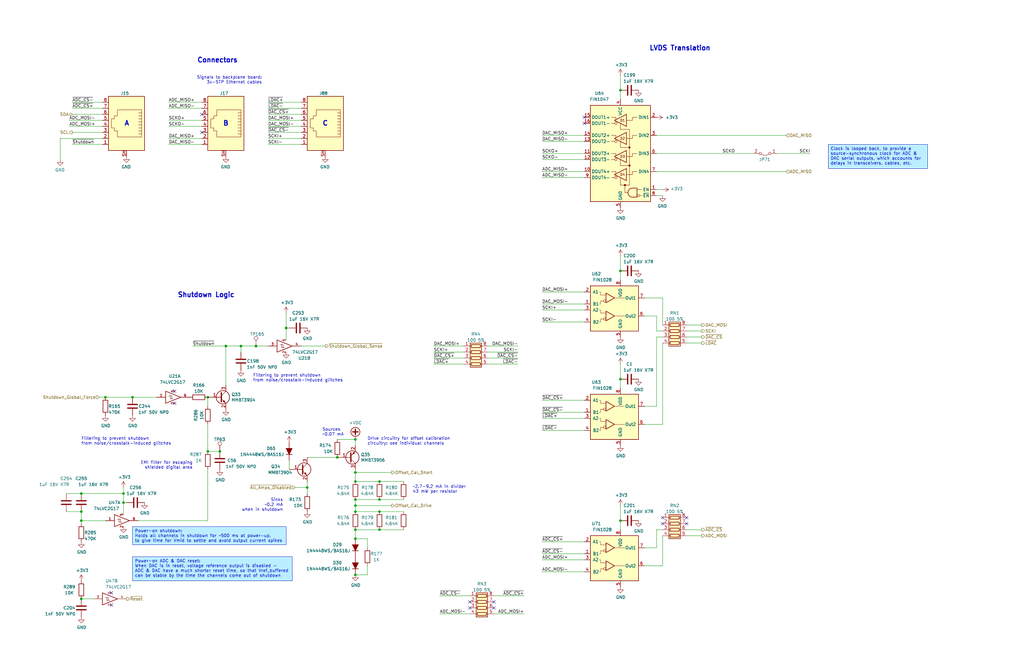
<source format=kicad_sch>
(kicad_sch (version 20230121) (generator eeschema)
  (paper "B")
  (title_block (title "Digital Communications") (date "2023-05-04") (rev "D4") (company "Martinos Center @ MGH") (comment 1 "Don Straney"))
  (lib_symbols
    (symbol "Connector:RJ45_Shielded" (pin_names (offset 1.016))
      (property "Reference" "J" (at -5.08 13.97 0))
      (property "Value" "RJ45_Shielded" (at 2.54 13.97 0))
      (symbol "RJ45_Shielded_1_1"
        (pin passive line (at 10.16 -7.62 180) (length 2.54) (name "~") (number "1"))
        (pin passive line (at 10.16 -5.08 180) (length 2.54) (name "~") (number "2"))
        (pin passive line (at 10.16 -2.54 180) (length 2.54) (name "~") (number "3"))
        (pin passive line (at 10.16 0 180) (length 2.54) (name "~") (number "4"))
        (pin passive line (at 10.16 2.54 180) (length 2.54) (name "~") (number "5"))
        (pin passive line (at 10.16 5.08 180) (length 2.54) (name "~") (number "6"))
        (pin passive line (at 10.16 7.62 180) (length 2.54) (name "~") (number "7"))
        (pin passive line (at 10.16 10.16 180) (length 2.54) (name "~") (number "8"))
        (pin passive line (at 0 -12.7 90) (length 2.54) (name "~") (number "SH"))
      )
    )
    (symbol "Connector:TestPoint" (pin_numbers hide) (pin_names (offset 0.762) hide)
      (property "Reference" "TP" (at 0 6.858 0))
      (property "Value" "TestPoint" (at 0 5.08 0))
      (symbol "TestPoint_1_1"
        (pin passive line (at 0 0 90) (length 2.54) (name "1") (number "1"))
      )
    )
    (symbol "Device:C" (pin_numbers hide) (pin_names (offset 0.254))
      (property "Reference" "C" (at 0.635 2.54 0))
      (property "Value" "C" (at 0.635 -2.54 0))
      (symbol "C_1_1"
        (pin passive line (at 0 3.81 270) (length 2.794) (name "~") (number "1"))
        (pin passive line (at 0 -3.81 90) (length 2.794) (name "~") (number "2"))
      )
    )
    (symbol "Device:R" (pin_numbers hide) (pin_names (offset 0))
      (property "Reference" "R" (at 2.032 0 90))
      (property "Value" "R" (at 0 0 90))
      (symbol "R_1_1"
        (pin passive line (at 0 3.81 270) (length 1.27) (name "~") (number "1"))
        (pin passive line (at 0 -3.81 90) (length 1.27) (name "~") (number "2"))
      )
    )
    (symbol "Device:R_Pack04" (pin_names (offset 0) hide)
      (property "Reference" "RN" (at -7.62 0 90))
      (property "Value" "R_Pack04" (at 5.08 0 90))
      (symbol "R_Pack04_1_1"
        (pin passive line (at -5.08 -5.08 90) (length 2.54) (name "R1.1") (number "1"))
        (pin passive line (at -2.54 -5.08 90) (length 2.54) (name "R2.1") (number "2"))
        (pin passive line (at 0 -5.08 90) (length 2.54) (name "R3.1") (number "3"))
        (pin passive line (at 2.54 -5.08 90) (length 2.54) (name "R4.1") (number "4"))
        (pin passive line (at 2.54 5.08 270) (length 2.54) (name "R4.2") (number "5"))
        (pin passive line (at 0 5.08 270) (length 2.54) (name "R3.2") (number "6"))
        (pin passive line (at -2.54 5.08 270) (length 2.54) (name "R2.2") (number "7"))
        (pin passive line (at -5.08 5.08 270) (length 2.54) (name "R1.2") (number "8"))
      )
    )
    (symbol "Jumper:Jumper_2_Bridged" (pin_names (offset 0) hide)
      (property "Reference" "JP" (at 0 1.905 0))
      (property "Value" "Jumper_2_Bridged" (at 0 -2.54 0))
      (symbol "Jumper_2_Bridged_1_1"
        (pin passive line (at -5.08 0 0) (length 2.54) (name "A") (number "1"))
        (pin passive line (at 5.08 0 180) (length 2.54) (name "B") (number "2"))
      )
    )
    (symbol "Transistor_BJT:MMBT3904" (pin_names (offset 0) hide)
      (property "Reference" "Q" (at 5.08 1.905 0))
      (property "Value" "MMBT3904" (at 5.08 0 0))
      (symbol "MMBT3904_1_1"
        (pin input line (at -5.08 0 0) (length 5.715) (name "B") (number "1"))
        (pin passive line (at 2.54 -5.08 90) (length 2.54) (name "E") (number "2"))
        (pin passive line (at 2.54 5.08 270) (length 2.54) (name "C") (number "3"))
      )
    )
    (symbol "Transistor_BJT:MMBT3906" (pin_names (offset 0) hide)
      (property "Reference" "Q" (at 5.08 1.905 0))
      (property "Value" "MMBT3906" (at 5.08 0 0))
      (symbol "MMBT3906_1_1"
        (pin input line (at -5.08 0 0) (length 5.715) (name "B") (number "1"))
        (pin passive line (at 2.54 -5.08 90) (length 2.54) (name "E") (number "2"))
        (pin passive line (at 2.54 5.08 270) (length 2.54) (name "C") (number "3"))
      )
    )
    (symbol "amp-ctrl-rescue:+3.3V-power" (power) (pin_names (offset 0))
      (property "Value" "+3.3V-power" (at 0 3.556 0))
      (symbol "+3.3V-power_1_1"
        (pin power_in line (at 0 0 90) (length 0) hide (name "+3V3") (number "1"))
      )
    )
    (symbol "amp-ctrl-rescue:74LVC2G17-Martinos" (pin_names (offset 1.016) hide)
      (property "Reference" "U" (at -2.54 3.81 0))
      (property "Value" "74LVC2G17-Martinos" (at 0 -3.81 0))
      (symbol "74LVC2G17-Martinos_0_1"
        (pin power_in line (at 0 -2.54 270) (length 0) (name "GND") (number "2"))
        (pin power_in line (at 0 2.54 90) (length 0) (name "VCC") (number "5"))
      )
      (symbol "74LVC2G17-Martinos_1_1"
        (pin input line (at -7.62 0 0) (length 3.81) (name "~") (number "1"))
        (pin output line (at 6.35 0 180) (length 3.81) (name "~") (number "6"))
      )
      (symbol "74LVC2G17-Martinos_2_1"
        (pin input line (at -7.62 0 0) (length 3.81) (name "~") (number "3"))
        (pin output line (at 6.35 0 180) (length 3.81) (name "~") (number "4"))
      )
    )
    (symbol "amp-ctrl-rescue:D_ALT-Device" (pin_numbers hide) (pin_names (offset 1.016) hide)
      (property "Reference" "D" (at 0 2.54 0))
      (property "Value" "D_ALT-Device" (at 0 -2.54 0))
      (symbol "D_ALT-Device_1_1"
        (pin passive line (at -3.81 0 0) (length 2.54) (name "K") (number "1"))
        (pin passive line (at 3.81 0 180) (length 2.54) (name "A") (number "2"))
      )
    )
    (symbol "amp-ctrl-rescue:FIN1028-Martinos" (pin_names (offset 1.016))
      (property "Reference" "U" (at -8.89 10.16 0))
      (property "Value" "FIN1028-Martinos" (at 7.62 10.16 0))
      (symbol "FIN1028-Martinos_1_1"
        (pin input line (at -12.7 1.27 0) (length 2.54) (name "B1") (number "1"))
        (pin input line (at -12.7 6.35 0) (length 2.54) (name "A1") (number "2"))
        (pin input line (at -12.7 -1.27 0) (length 2.54) (name "A2") (number "3"))
        (pin input line (at -12.7 -6.35 0) (length 2.54) (name "B2") (number "4"))
        (pin power_in line (at 2.54 -12.7 90) (length 2.54) (name "GND") (number "5"))
        (pin tri_state line (at 12.7 -3.81 180) (length 2.54) (name "Out2") (number "6"))
        (pin tri_state line (at 12.7 3.81 180) (length 2.54) (name "Out1") (number "7"))
        (pin power_in line (at 2.54 11.43 270) (length 2.54) (name "VDD") (number "8"))
      )
    )
    (symbol "amp-ctrl-rescue:FIN1047-Martinos"
      (property "Reference" "U" (at -12.7 21.59 0))
      (property "Value" "FIN1047-Martinos" (at 1.27 21.59 0))
      (symbol "FIN1047-Martinos_1_0"
        (text "D1" (at -0.889 13.97 0) (effects (font (size 1.016 1.016))))
        (text "D2" (at -0.889 6.35 0) (effects (font (size 1.016 1.016))))
        (text "D3" (at -0.889 -1.27 0) (effects (font (size 1.016 1.016))))
        (text "D4" (at -0.889 -8.89 0) (effects (font (size 1.016 1.016))))
      )
      (symbol "FIN1047-Martinos_1_1"
        (pin input line (at -15.24 -15.24 0) (length 2.54) (name "EN") (number "1"))
        (pin output line (at 15.24 -7.62 180) (length 2.54) (name "DOUT4+") (number "10"))
        (pin output line (at 15.24 0 180) (length 2.54) (name "DOUT3+") (number "11"))
        (pin output line (at 15.24 -2.54 180) (length 2.54) (name "DOUT3-") (number "12"))
        (pin output line (at 15.24 5.08 180) (length 2.54) (name "DOUT2-") (number "13"))
        (pin output line (at 15.24 7.62 180) (length 2.54) (name "DOUT2+") (number "14"))
        (pin output line (at 15.24 15.24 180) (length 2.54) (name "DOUT1+") (number "15"))
        (pin output line (at 15.24 12.7 180) (length 2.54) (name "DOUT1-") (number "16"))
        (pin input line (at -15.24 15.24 0) (length 2.54) (name "DIN1") (number "2"))
        (pin input line (at -15.24 7.62 0) (length 2.54) (name "DIN2") (number "3"))
        (pin power_in line (at 0 22.86 270) (length 2.54) (name "VCC") (number "4"))
        (pin power_in line (at 0 -22.86 90) (length 2.54) (name "GND") (number "5"))
        (pin input line (at -15.24 0 0) (length 2.54) (name "DIN3") (number "6"))
        (pin input line (at -15.24 -7.62 0) (length 2.54) (name "DIN4") (number "7"))
        (pin input line (at -15.24 -17.78 0) (length 2.54) (name "~{EN}") (number "8"))
        (pin output line (at 15.24 -10.16 180) (length 2.54) (name "DOUT4-") (number "9"))
      )
    )
    (symbol "power:+VDC" (power) (pin_names (offset 0))
      (property "Value" "+VDC" (at 0 6.35 0))
      (symbol "+VDC_1_1"
        (pin power_in line (at 0 0 90) (length 0) hide (name "+VDC") (number "1"))
      )
    )
    (symbol "power:GND" (power) (pin_names (offset 0))
      (property "Value" "GND" (at 0 -3.81 0))
      (symbol "GND_1_1"
        (pin power_in line (at 0 0 270) (length 0) hide (name "GND") (number "1"))
      )
    )
  )
  (junction (at 34.29 219.71))
  (junction (at 160.02 215.9))
  (junction (at 261.62 160.02))
  (junction (at 149.86 213.36))
  (junction (at 34.29 208.28))
  (junction (at 160.02 223.52))
  (junction (at 34.29 252.73))
  (junction (at 34.29 215.9))
  (junction (at 261.62 38.1))
  (junction (at 107.95 146.05))
  (junction (at 261.62 219.71))
  (junction (at 87.63 190.5))
  (junction (at 129.54 205.74))
  (junction (at 149.86 203.2))
  (junction (at 149.86 210.82))
  (junction (at 95.25 146.05))
  (junction (at 160.02 210.82))
  (junction (at 44.45 167.64))
  (junction (at 149.86 223.52))
  (junction (at 160.02 203.2))
  (junction (at 149.86 185.42))
  (junction (at 52.07 208.28))
  (junction (at 142.24 193.04))
  (junction (at 55.88 167.64))
  (junction (at 149.86 215.9))
  (junction (at 149.86 199.39))
  (junction (at 149.86 242.57))
  (junction (at 120.65 138.43))
  (junction (at 101.6 146.05))
  (junction (at 87.63 167.64))
  (junction (at 92.71 190.5))
  (junction (at 149.86 227.33))
  (junction (at 261.62 114.3))
  (junction (at 52.07 212.09))
  (no_connect (at 246.38 49.53))
  (no_connect (at 289.56 220.98))
  (no_connect (at 289.56 218.44))
  (no_connect (at 73.66 170.18))
  (no_connect (at 279.4 218.44))
  (no_connect (at 85.09 48.26))
  (no_connect (at 85.09 55.88))
  (no_connect (at 198.12 256.54))
  (no_connect (at 246.38 52.07))
  (no_connect (at 279.4 220.98))
  (no_connect (at 208.28 254))
  (no_connect (at 208.28 256.54))
  (no_connect (at 198.12 254))
  (no_connect (at 46.99 250.19))
  (no_connect (at 46.99 255.27))
  (no_connect (at 73.66 165.1))
  (wire (pts (xy 160.02 203.2) (xy 170.18 203.2)))
  (wire (pts (xy 228.6 241.3) (xy 246.38 241.3)))
  (wire (pts (xy 85.09 60.96) (xy 71.12 60.96)))
  (wire (pts (xy 27.94 215.9) (xy 34.29 215.9)))
  (wire (pts (xy 95.25 146.05) (xy 101.6 146.05)))
  (wire (pts (xy 246.38 57.15) (xy 228.6 57.15)))
  (wire (pts (xy 246.38 123.19) (xy 228.6 123.19)))
  (wire (pts (xy 149.86 215.9) (xy 160.02 215.9)))
  (wire (pts (xy 154.94 242.57) (xy 154.94 238.76)))
  (wire (pts (xy 85.09 45.72) (xy 71.12 45.72)))
  (wire (pts (xy 34.29 215.9) (xy 34.29 219.71)))
  (wire (pts (xy 43.18 55.88) (xy 30.48 55.88)))
  (wire (pts (xy 289.56 137.16) (xy 295.91 137.16)))
  (wire (pts (xy 279.4 125.73) (xy 279.4 137.16)))
  (wire (pts (xy 149.86 199.39) (xy 165.1 199.39)))
  (wire (pts (xy 121.92 138.43) (xy 120.65 138.43)))
  (wire (pts (xy 85.09 43.18) (xy 71.12 43.18)))
  (wire (pts (xy 127 43.18) (xy 113.03 43.18)))
  (wire (pts (xy 261.62 31.75) (xy 261.62 38.1)))
  (wire (pts (xy 107.95 146.05) (xy 101.6 146.05)))
  (wire (pts (xy 85.09 58.42) (xy 71.12 58.42)))
  (wire (pts (xy 276.86 64.77) (xy 317.5 64.77)))
  (wire (pts (xy 271.78 238.76) (xy 279.4 238.76)))
  (wire (pts (xy 149.86 198.12) (xy 149.86 199.39)))
  (wire (pts (xy 228.6 228.6) (xy 246.38 228.6)))
  (wire (pts (xy 276.86 142.24) (xy 276.86 171.45)))
  (wire (pts (xy 127 60.96) (xy 113.03 60.96)))
  (wire (pts (xy 276.86 171.45) (xy 271.78 171.45)))
  (wire (pts (xy 228.6 128.27) (xy 246.38 128.27)))
  (wire (pts (xy 52.07 217.17) (xy 52.07 212.09)))
  (wire (pts (xy 205.74 148.59) (xy 218.44 148.59)))
  (wire (pts (xy 160.02 223.52) (xy 149.86 223.52)))
  (wire (pts (xy 198.12 259.08) (xy 185.42 259.08)))
  (wire (pts (xy 205.74 151.13) (xy 218.44 151.13)))
  (wire (pts (xy 44.45 167.64) (xy 55.88 167.64)))
  (wire (pts (xy 246.38 135.89) (xy 228.6 135.89)))
  (wire (pts (xy 160.02 210.82) (xy 170.18 210.82)))
  (wire (pts (xy 121.92 194.31) (xy 121.92 198.12)))
  (wire (pts (xy 149.86 242.57) (xy 154.94 242.57)))
  (wire (pts (xy 85.09 50.8) (xy 71.12 50.8)))
  (wire (pts (xy 81.28 146.05) (xy 95.25 146.05)))
  (wire (pts (xy 127 48.26) (xy 113.03 48.26)))
  (wire (pts (xy 34.29 208.28) (xy 52.07 208.28)))
  (wire (pts (xy 289.56 139.7) (xy 295.91 139.7)))
  (wire (pts (xy 182.88 148.59) (xy 195.58 148.59)))
  (wire (pts (xy 87.63 190.5) (xy 87.63 179.07)))
  (wire (pts (xy 228.6 176.53) (xy 246.38 176.53)))
  (wire (pts (xy 182.88 151.13) (xy 195.58 151.13)))
  (wire (pts (xy 279.4 142.24) (xy 276.86 142.24)))
  (wire (pts (xy 137.16 146.05) (xy 127 146.05)))
  (wire (pts (xy 246.38 233.68) (xy 228.6 233.68)))
  (wire (pts (xy 34.29 252.73) (xy 39.37 252.73)))
  (wire (pts (xy 53.34 212.09) (xy 52.07 212.09)))
  (wire (pts (xy 85.09 53.34) (xy 71.12 53.34)))
  (wire (pts (xy 279.4 80.01) (xy 276.86 80.01)))
  (wire (pts (xy 289.56 226.06) (xy 295.91 226.06)))
  (wire (pts (xy 34.29 220.98) (xy 34.29 219.71)))
  (wire (pts (xy 279.4 82.55) (xy 276.86 82.55)))
  (wire (pts (xy 261.62 219.71) (xy 261.62 223.52)))
  (wire (pts (xy 276.86 72.39) (xy 331.47 72.39)))
  (wire (pts (xy 246.38 64.77) (xy 228.6 64.77)))
  (wire (pts (xy 182.88 153.67) (xy 195.58 153.67)))
  (wire (pts (xy 279.4 139.7) (xy 276.86 139.7)))
  (wire (pts (xy 205.74 153.67) (xy 218.44 153.67)))
  (wire (pts (xy 149.86 199.39) (xy 149.86 203.2)))
  (wire (pts (xy 261.62 160.02) (xy 261.62 163.83)))
  (wire (pts (xy 261.62 114.3) (xy 261.62 118.11)))
  (wire (pts (xy 261.62 153.67) (xy 261.62 160.02)))
  (wire (pts (xy 27.94 208.28) (xy 34.29 208.28)))
  (wire (pts (xy 149.86 203.2) (xy 160.02 203.2)))
  (wire (pts (xy 279.4 238.76) (xy 279.4 226.06)))
  (wire (pts (xy 87.63 198.12) (xy 87.63 219.71)))
  (wire (pts (xy 43.18 48.26) (xy 30.48 48.26)))
  (wire (pts (xy 228.6 173.99) (xy 246.38 173.99)))
  (wire (pts (xy 127 55.88) (xy 113.03 55.88)))
  (wire (pts (xy 95.25 146.05) (xy 95.25 162.56)))
  (wire (pts (xy 25.4 67.31) (xy 25.4 58.42)))
  (wire (pts (xy 220.98 259.08) (xy 208.28 259.08)))
  (wire (pts (xy 113.03 146.05) (xy 107.95 146.05)))
  (wire (pts (xy 271.78 179.07) (xy 279.4 179.07)))
  (wire (pts (xy 261.62 213.36) (xy 261.62 219.71)))
  (wire (pts (xy 208.28 251.46) (xy 220.98 251.46)))
  (wire (pts (xy 149.86 213.36) (xy 149.86 215.9)))
  (wire (pts (xy 43.18 45.72) (xy 30.48 45.72)))
  (wire (pts (xy 276.86 223.52) (xy 276.86 231.14)))
  (wire (pts (xy 142.24 185.42) (xy 149.86 185.42)))
  (wire (pts (xy 261.62 38.1) (xy 261.62 41.91)))
  (wire (pts (xy 25.4 58.42) (xy 43.18 58.42)))
  (wire (pts (xy 55.88 167.64) (xy 66.04 167.64)))
  (wire (pts (xy 276.86 57.15) (xy 331.47 57.15)))
  (wire (pts (xy 58.42 219.71) (xy 87.63 219.71)))
  (wire (pts (xy 246.38 59.69) (xy 228.6 59.69)))
  (wire (pts (xy 87.63 171.45) (xy 87.63 167.64)))
  (wire (pts (xy 92.71 190.5) (xy 87.63 190.5)))
  (wire (pts (xy 149.86 187.96) (xy 149.86 185.42)))
  (wire (pts (xy 170.18 223.52) (xy 160.02 223.52)))
  (wire (pts (xy 43.18 53.34) (xy 29.21 53.34)))
  (wire (pts (xy 228.6 236.22) (xy 246.38 236.22)))
  (wire (pts (xy 149.86 210.82) (xy 160.02 210.82)))
  (wire (pts (xy 246.38 72.39) (xy 228.6 72.39)))
  (wire (pts (xy 129.54 205.74) (xy 129.54 203.2)))
  (wire (pts (xy 127 58.42) (xy 113.03 58.42)))
  (wire (pts (xy 228.6 130.81) (xy 246.38 130.81)))
  (wire (pts (xy 289.56 144.78) (xy 295.91 144.78)))
  (wire (pts (xy 279.4 144.78) (xy 279.4 179.07)))
  (wire (pts (xy 52.07 208.28) (xy 52.07 212.09)))
  (wire (pts (xy 127 50.8) (xy 113.03 50.8)))
  (wire (pts (xy 127 45.72) (xy 113.03 45.72)))
  (wire (pts (xy 154.94 227.33) (xy 149.86 227.33)))
  (wire (pts (xy 205.74 146.05) (xy 218.44 146.05)))
  (wire (pts (xy 276.86 231.14) (xy 271.78 231.14)))
  (wire (pts (xy 228.6 181.61) (xy 246.38 181.61)))
  (wire (pts (xy 279.4 125.73) (xy 271.78 125.73)))
  (wire (pts (xy 41.91 167.64) (xy 44.45 167.64)))
  (wire (pts (xy 43.18 50.8) (xy 29.21 50.8)))
  (wire (pts (xy 327.66 64.77) (xy 341.63 64.77)))
  (wire (pts (xy 52.07 205.74) (xy 52.07 208.28)))
  (wire (pts (xy 246.38 67.31) (xy 228.6 67.31)))
  (wire (pts (xy 195.58 146.05) (xy 182.88 146.05)))
  (wire (pts (xy 124.46 205.74) (xy 129.54 205.74)))
  (wire (pts (xy 30.48 60.96) (xy 43.18 60.96)))
  (wire (pts (xy 129.54 193.04) (xy 142.24 193.04)))
  (wire (pts (xy 279.4 223.52) (xy 276.86 223.52)))
  (wire (pts (xy 149.86 210.82) (xy 149.86 213.36)))
  (wire (pts (xy 120.65 143.51) (xy 120.65 138.43)))
  (wire (pts (xy 198.12 251.46) (xy 185.42 251.46)))
  (wire (pts (xy 246.38 74.93) (xy 228.6 74.93)))
  (wire (pts (xy 289.56 223.52) (xy 295.91 223.52)))
  (wire (pts (xy 149.86 213.36) (xy 165.1 213.36)))
  (wire (pts (xy 101.6 148.59) (xy 101.6 146.05)))
  (wire (pts (xy 154.94 231.14) (xy 154.94 227.33)))
  (wire (pts (xy 276.86 133.35) (xy 271.78 133.35)))
  (wire (pts (xy 120.65 132.08) (xy 120.65 138.43)))
  (wire (pts (xy 160.02 215.9) (xy 170.18 215.9)))
  (wire (pts (xy 276.86 139.7) (xy 276.86 133.35)))
  (wire (pts (xy 246.38 168.91) (xy 228.6 168.91)))
  (wire (pts (xy 129.54 205.74) (xy 129.54 208.28)))
  (wire (pts (xy 43.18 43.18) (xy 30.48 43.18)))
  (wire (pts (xy 289.56 142.24) (xy 295.91 142.24)))
  (wire (pts (xy 149.86 223.52) (xy 149.86 227.33)))
  (wire (pts (xy 261.62 107.95) (xy 261.62 114.3)))
  (wire (pts (xy 127 53.34) (xy 113.03 53.34)))
  (wire (pts (xy 34.29 219.71) (xy 44.45 219.71)))
  (text_box "Power-on shutdown:\nHolds all channels in shutdown for ~500 ms at power-up,\nto give time for Vmid to settle and avoid output current spikes" (at 55.88 222.25 0) (size 64.77 7.62) (fill (type color) (color 187 238 255 1)) (effects (font (size 1.27 1.27)) (justify left top)))
  (text_box "Power-on ADC & DAC reset:\nWhen DAC is in reset, voltage reference output is disabled -\nADC & DAC have a much shorter reset time, so that Vref_buffered\ncan be stable by the time the channels come out of shutdown" (at 55.88 234.95 0) (size 67.31 10.16) (fill (type color) (color 187 238 255 1)) (effects (font (size 1.27 1.27)) (justify left top)))
  (text_box "Clock is looped back, to provide a source-synchronous clock for ADC & DAC serial outputs, which accounts for delays in transceivers, cables, etc." (at 349.25 60.96 0) (size 41.91 10.16) (fill (type color) (color 187 238 255 1)) (effects (font (size 1.27 1.27)) (justify left top)))
  (text "Filtering to prevent shutdown\nfrom noise/crosstalk-induced glitches" (at 106.68 161.29 0) (effects (font (size 1.27 1.27)) (justify left bottom)))
  (text "Filtering to prevent shutdown\nfrom noise/crosstalk-induced glitches" (at 34.29 187.96 0) (effects (font (size 1.27 1.27)) (justify left bottom)))
  (text "Sources\n~0.07 mA" (at 135.89 184.15 0) (effects (font (size 1.27 1.27)) (justify left bottom)))
  (text "Drive circuitry for offset calibration\ncircuitry: see individual channels" (at 154.94 187.96 0) (effects (font (size 1.27 1.27)) (justify left bottom)))
  (text "Signals to backplane board:\n3x-STP Ethernet cables" (at 110.49 35.56 0) (effects (font (size 1.27 1.27)) (justify right bottom)))
  (text "C" (at 138.43 53.34 0) (effects (font (size 2.0066 2.0066) (thickness 0.4013) bold) (justify right bottom)))
  (text "B" (at 96.52 53.34 0) (effects (font (size 2.0066 2.0066) (thickness 0.4013) bold) (justify right bottom)))
  (text "EMI filter for escaping\nshielded digital area" (at 81.28 198.12 0) (effects (font (size 1.27 1.27)) (justify right bottom)))
  (text "Shutdown Logic" (at 99.06 125.73 0) (effects (font (size 2.0066 2.0066) (thickness 0.4013) bold) (justify right bottom)))
  (text "~2.7-9.2 mA in divider\n43 mW per resistor" (at 173.99 208.28 0) (effects (font (size 1.27 1.27)) (justify left bottom)))
  (text "Sinks\n~0.2 mA\nwhen in shutdown" (at 119.38 215.9 0) (effects (font (size 1.27 1.27)) (justify right bottom)))
  (text "A" (at 54.61 53.34 0) (effects (font (size 2.0066 2.0066) (thickness 0.4013) bold) (justify right bottom)))
  (text "LVDS Translation" (at 299.72 21.59 0) (effects (font (size 2.0066 2.0066) (thickness 0.4013) bold) (justify right bottom)))
  (text "Connectors" (at 100.33 26.67 0) (effects (font (size 2.0066 2.0066) (thickness 0.4013) bold) (justify right bottom)))
  (label "SCKI+" (at 228.6 130.81 0))
  (label "~{LDAC+}" (at 113.03 43.18 0))
  (label "~{LDAC-}" (at 218.44 153.67 180))
  (label "~{Shutdown}" (at 81.28 146.05 0))
  (label "~{ADC_CS-}" (at 185.42 251.46 0))
  (label "~{DAC_CS+}" (at 182.88 151.13 0))
  (label "SCKO" (at 309.88 64.77 180))
  (label "SCKO+" (at 71.12 50.8 0))
  (label "DAC_MOSI-" (at 113.03 53.34 0))
  (label "ADC_MOSI-" (at 228.6 241.3 0))
  (label "SCKO-" (at 228.6 67.31 0))
  (label "DAC_MISO-" (at 71.12 60.96 0))
  (label "~{ADC_CS+}" (at 228.6 228.6 0))
  (label "ADC_MOSI+" (at 220.98 259.08 180))
  (label "ADC_MISO+" (at 228.6 72.39 0))
  (label "DAC_MISO+" (at 228.6 57.15 0))
  (label "DAC_MOSI-" (at 218.44 146.05 180))
  (label "ADC_MOSI+" (at 228.6 236.22 0))
  (label "~{DAC_CS-}" (at 228.6 173.99 0))
  (label "DAC_MOSI+" (at 182.88 146.05 0))
  (label "DAC_MISO+" (at 71.12 58.42 0))
  (label "ADC_MOSI+" (at 29.21 53.34 0))
  (label "~{LDAC+}" (at 228.6 176.53 0))
  (label "DAC_MISO-" (at 228.6 59.69 0))
  (label "~{ADC_CS+}" (at 30.48 45.72 0))
  (label "~{ADC_CS-}" (at 228.6 233.68 0))
  (label "ADC_MOSI-" (at 29.21 50.8 0))
  (label "~{DAC_CS+}" (at 113.03 48.26 0))
  (label "SCKI+" (at 182.88 148.59 0))
  (label "SCKI-" (at 218.44 148.59 180))
  (label "~{DAC_CS-}" (at 113.03 55.88 0))
  (label "ADC_MISO-" (at 228.6 74.93 0))
  (label "DAC_MOSI+" (at 228.6 123.19 0))
  (label "SCKI-" (at 113.03 60.96 0))
  (label "DAC_MOSI-" (at 228.6 128.27 0))
  (label "SCKI-" (at 228.6 135.89 0))
  (label "ADC_MISO+" (at 71.12 43.18 0))
  (label "~{ADC_CS+}" (at 220.98 251.46 180))
  (label "~{DAC_CS-}" (at 218.44 151.13 180))
  (label "DAC_MOSI+" (at 113.03 50.8 0))
  (label "SCKI+" (at 113.03 58.42 0))
  (label "~{ADC_CS-}" (at 30.48 43.18 0))
  (label "ADC_MOSI-" (at 185.42 259.08 0))
  (label "~{DAC_CS+}" (at 228.6 168.91 0))
  (label "SCKO+" (at 228.6 64.77 0))
  (label "~{LDAC-}" (at 113.03 45.72 0))
  (label "SCKO-" (at 71.12 53.34 0))
  (label "~{LDAC+}" (at 182.88 153.67 0))
  (label "~{Shutdown}" (at 30.48 60.96 0))
  (label "~{LDAC-}" (at 228.6 181.61 0))
  (label "SCKI" (at 341.63 64.77 180))
  (label "ADC_MISO-" (at 71.12 45.72 0))
  (hierarchical_label "~{ADC_CS}" (shape output) (at 295.91 223.52 0))
  (hierarchical_label "SCL" (shape output) (at 30.48 55.88 180))
  (hierarchical_label "DAC_MISO" (shape input) (at 331.47 57.15 0))
  (hierarchical_label "~{DAC_CS}" (shape output) (at 295.91 142.24 0))
  (hierarchical_label "~{LDAC}" (shape output) (at 295.91 144.78 0))
  (hierarchical_label "DAC_MOSI" (shape output) (at 295.91 137.16 0))
  (hierarchical_label "ADC_MOSI" (shape output) (at 295.91 226.06 0))
  (hierarchical_label "~{Reset}" (shape output) (at 53.34 252.73 0))
  (hierarchical_label "SCKI" (shape output) (at 295.91 139.7 0))
  (hierarchical_label "ADC_MISO" (shape input) (at 331.47 72.39 0))
  (hierarchical_label "~{All_Amps_Disabled}" (shape input) (at 124.46 205.74 180))
  (hierarchical_label "Offset_Cal_Drive" (shape output) (at 165.1 213.36 0))
  (hierarchical_label "~{Shutdown_Global_Sense}" (shape output) (at 137.16 146.05 0))
  (hierarchical_label "Offset_Cal_Short" (shape output) (at 165.1 199.39 0))
  (hierarchical_label "SDA" (shape bidirectional) (at 30.48 48.26 180))
  (hierarchical_label "Shutdown_Global_Force" (shape input) (at 41.91 167.64 180))
  (symbol (lib_id "Device:R_Pack04") (at 284.48 142.24 270) (unit 1)
    (property "Reference" "RN1" (at 284.48 132.08 90))
    (property "Value" "100 5%" (at 284.48 134.62 90))
    (property "Footprint" "Martinos_std:R_Array_Concave_4x0603" (effects hide))
    (property "Manufacturer" "CTS" (effects hide))
    (property "Part Number" "742C083101JP" (effects hide))
    (property "Type" "SMT" (effects hide))
    (property "Manufacturer Alt." "Bourns" (effects hide))
    (property "Part Number Alt." "CAT16-101J4LF" (effects hide))
  )
  (symbol (lib_id "amp-ctrl-rescue:FIN1028-Martinos") (at 259.08 129.54 0) (unit 1)
    (property "Reference" "U62" (at 251.46 115.57 0))
    (property "Value" "FIN1028" (at 254 118.11 0))
    (property "Footprint" "Don_std:SOIC-8_3.9x4.9mm_P1.27mm" (effects hide))
    (property "Manufacturer" "ON Semiconductor" (effects hide))
    (property "Part Number" "FIN1028MX" (effects hide))
    (property "Type" "SMT" (effects hide))
  )
  (symbol (lib_id "Device:R_Pack04") (at 284.48 223.52 270) (unit 1)
    (property "Reference" "RN2" (at 284.48 213.36 90))
    (property "Value" "100 5%" (at 284.48 215.9 90))
    (property "Footprint" "Martinos_std:R_Array_Concave_4x0603" (effects hide))
    (property "Manufacturer" "CTS" (effects hide))
    (property "Part Number" "742C083101JP" (effects hide))
    (property "Type" "SMT" (effects hide))
    (property "Manufacturer Alt." "Bourns" (effects hide))
    (property "Part Number Alt." "CAT16-101J4LF" (effects hide))
  )
  (symbol (lib_id "Device:C") (at 265.43 160.02 270) (mirror x) (unit 1)
    (property "Reference" "C1" (at 265.43 153.6192 90))
    (property "Value" "1uF 16V X7R" (at 269.24 156.21 90))
    (property "Footprint" "Capacitor_SMD:C_0603_1608Metric" (effects hide))
    (property "Manufacturer" "Kemet" (effects hide))
    (property "Part Number" "C0603C105K4RACTU" (effects hide))
    (property "Type" "SMT" (effects hide))
  )
  (symbol (lib_id "amp-ctrl-rescue:+3.3V-power") (at 261.62 153.67 0) (unit 1)
    (property "Reference" "#PWR0393" (effects hide))
    (property "Value" "+3.3V" (at 262.001 149.2758 0))
  )
  (symbol (lib_id "power:GND") (at 269.24 160.02 0) (unit 1)
    (property "Reference" "#PWR0396" (effects hide))
    (property "Value" "GND" (at 269.367 164.4142 0))
  )
  (symbol (lib_id "amp-ctrl-rescue:FIN1028-Martinos") (at 259.08 175.26 0) (unit 1)
    (property "Reference" "U63" (at 251.46 161.29 0))
    (property "Value" "FIN1028" (at 254 163.83 0))
    (property "Footprint" "Don_std:SOIC-8_3.9x4.9mm_P1.27mm" (effects hide))
    (property "Manufacturer" "ON Semiconductor" (effects hide))
    (property "Part Number" "FIN1028MX" (effects hide))
    (property "Type" "SMT" (effects hide))
  )
  (symbol (lib_id "amp-ctrl-rescue:FIN1028-Martinos") (at 259.08 234.95 0) (unit 1)
    (property "Reference" "U71" (at 251.46 220.98 0))
    (property "Value" "FIN1028" (at 254 223.52 0))
    (property "Footprint" "Don_std:SOIC-8_3.9x4.9mm_P1.27mm" (effects hide))
    (property "Manufacturer" "ON Semiconductor" (effects hide))
    (property "Part Number" "FIN1028MX" (effects hide))
    (property "Type" "SMT" (effects hide))
  )
  (symbol (lib_id "amp-ctrl-rescue:+3.3V-power") (at 276.86 49.53 270) (unit 1)
    (property "Reference" "#PWR0414" (effects hide))
    (property "Value" "+3.3V" (at 283.21 49.53 90))
  )
  (symbol (lib_id "Device:R_Pack04") (at 200.66 151.13 270) (unit 1)
    (property "Reference" "RN4" (at 200.66 140.97 90))
    (property "Value" "100 5%" (at 200.66 143.51 90))
    (property "Footprint" "Martinos_std:R_Array_Concave_4x0603" (effects hide))
    (property "Manufacturer" "CTS" (effects hide))
    (property "Part Number" "742C083101JP" (effects hide))
    (property "Type" "SMT" (effects hide))
    (property "Manufacturer Alt." "Bourns" (effects hide))
    (property "Part Number Alt." "CAT16-101J4LF" (effects hide))
  )
  (symbol (lib_id "Device:R_Pack04") (at 203.2 256.54 270) (unit 1)
    (property "Reference" "RN3" (at 203.2 246.38 90))
    (property "Value" "100 5%" (at 203.2 248.92 90))
    (property "Footprint" "Martinos_std:R_Array_Concave_4x0603" (effects hide))
    (property "Manufacturer" "CTS" (effects hide))
    (property "Part Number" "742C083101JP" (effects hide))
    (property "Type" "SMT" (effects hide))
    (property "Manufacturer Alt." "Bourns" (effects hide))
    (property "Part Number Alt." "CAT16-101J4LF" (effects hide))
  )
  (symbol (lib_id "power:GND") (at 261.62 142.24 0) (unit 1)
    (property "Reference" "#PWR0428" (effects hide))
    (property "Value" "GND" (at 261.747 146.6342 0))
  )
  (symbol (lib_id "Connector:RJ45_Shielded") (at 95.25 53.34 0) (mirror y) (unit 1)
    (property "Reference" "J17" (at 92.71 39.37 0) (effects (justify right)))
    (property "Value" "RJ45_Shielded" (effects hide))
    (property "Footprint" "Martinos:RJ45_TE_x-406541-x_Horizontal" (effects hide))
    (property "Manufacturer" "TE Connectivity" (effects hide))
    (property "Part Number" "1-406541-8" (effects hide))
    (property "Type" "Through-hole" (effects hide))
    (property "Manufacturer Alt." "TE Connectivity" (effects hide))
    (property "Part Number Alt." "1-406541-5, 2-406541-1" (effects hide))
  )
  (symbol (lib_id "Connector:RJ45_Shielded") (at 137.16 53.34 0) (mirror y) (unit 1)
    (property "Reference" "J88" (at 134.62 39.37 0) (effects (justify right)))
    (property "Value" "RJ45_Shielded" (effects hide))
    (property "Footprint" "Martinos:RJ45_TE_x-406541-x_Horizontal" (effects hide))
    (property "Manufacturer" "TE Connectivity" (effects hide))
    (property "Part Number" "1-406541-8" (effects hide))
    (property "Type" "Through-hole" (effects hide))
    (property "Manufacturer Alt." "TE Connectivity" (effects hide))
    (property "Part Number Alt." "1-406541-5, 2-406541-1" (effects hide))
  )
  (symbol (lib_id "Connector:RJ45_Shielded") (at 53.34 53.34 0) (mirror y) (unit 1)
    (property "Reference" "J15" (at 50.8 39.37 0) (effects (justify right)))
    (property "Value" "RJ45_Shielded" (effects hide))
    (property "Footprint" "Martinos:RJ45_TE_x-406541-x_Horizontal" (effects hide))
    (property "Manufacturer" "TE Connectivity" (effects hide))
    (property "Part Number" "1-406541-8" (effects hide))
    (property "Type" "Through-hole" (effects hide))
    (property "Manufacturer Alt." "TE Connectivity" (effects hide))
    (property "Part Number Alt." "1-406541-5, 2-406541-1" (effects hide))
  )
  (symbol (lib_id "power:GND") (at 53.34 66.04 0) (mirror y) (unit 1)
    (property "Reference" "#PWR0531" (effects hide))
    (property "Value" "GND" (at 53.213 70.4342 0))
  )
  (symbol (lib_id "power:GND") (at 25.4 67.31 0) (mirror y) (unit 1)
    (property "Reference" "#PWR0532" (effects hide))
    (property "Value" "GND" (at 25.273 71.7042 0))
  )
  (symbol (lib_id "power:GND") (at 95.25 66.04 0) (mirror y) (unit 1)
    (property "Reference" "#PWR0533" (effects hide))
    (property "Value" "GND" (at 95.123 70.4342 0))
  )
  (symbol (lib_id "power:GND") (at 137.16 66.04 0) (mirror y) (unit 1)
    (property "Reference" "#PWR0534" (effects hide))
    (property "Value" "GND" (at 137.033 70.4342 0))
  )
  (symbol (lib_id "amp-ctrl-rescue:74LVC2G17-Martinos") (at 52.07 219.71 0) (unit 1)
    (property "Reference" "U47" (at 45.72 212.09 0) (effects (justify left)))
    (property "Value" "74LVC2G17" (at 39.37 214.63 0) (effects (justify left)))
    (property "Footprint" "Martinos_std:SOT-23-6" (effects hide))
    (property "Datasheet" "http://www.ti.com/lit/sg/scyt129e/scyt129e.pdf" (effects hide))
    (property "Manufacturer" "Nexperia" (effects hide))
    (property "Type" "SMT" (effects hide))
    (property "Part Number" "74LVC2G17GV,125" (effects hide))
    (property "Manufacturer Alt." "Texas Instruments, Diodes Inc." (effects hide))
    (property "Part Number Alt." "SN74LVC2G17DBVR / SN74LVC2G17DBVT, 74LVC2G17W6-7" (effects hide))
  )
  (symbol (lib_id "amp-ctrl-rescue:74LVC2G17-Martinos") (at 46.99 252.73 0) (unit 2)
    (property "Reference" "U47" (at 44.45 245.11 0) (effects (justify left)))
    (property "Value" "74LVC2G17" (at 44.45 247.65 0) (effects (justify left)))
    (property "Footprint" "Martinos_std:SOT-23-6" (effects hide))
    (property "Manufacturer" "Nexperia" (effects hide))
    (property "Part Number" "74LVC2G17GV,125" (effects hide))
    (property "Type" "SMT" (effects hide))
    (property "Manufacturer Alt." "Texas Instruments, Diodes Inc." (effects hide))
    (property "Part Number Alt." "SN74LVC2G17DBVR / SN74LVC2G17DBVT, 74LVC2G17W6-7" (effects hide))
  )
  (symbol (lib_id "Device:C") (at 57.15 212.09 270) (mirror x) (unit 1)
    (property "Reference" "C256" (at 57.15 205.74 90))
    (property "Value" "1uF 16V X7R" (at 59.69 208.28 90))
    (property "Footprint" "Capacitor_SMD:C_0603_1608Metric" (effects hide))
    (property "Manufacturer" "Kemet" (effects hide))
    (property "Part Number" "C0603C105K4RACTU" (effects hide))
    (property "Type" "SMT" (effects hide))
  )
  (symbol (lib_id "power:GND") (at 60.96 212.09 0) (unit 1)
    (property "Reference" "#PWR0289" (effects hide))
    (property "Value" "GND" (at 61.087 216.4842 0))
  )
  (symbol (lib_id "power:GND") (at 52.07 222.25 0) (unit 1)
    (property "Reference" "#PWR0290" (effects hide))
    (property "Value" "GND" (at 52.197 226.6442 0))
  )
  (symbol (lib_id "power:GND") (at 34.29 260.35 0) (unit 1)
    (property "Reference" "#PWR0291" (effects hide))
    (property "Value" "GND" (at 34.417 264.7442 0))
  )
  (symbol (lib_id "Connector:TestPoint") (at 107.95 146.05 0) (unit 1)
    (property "Reference" "TP165" (at 105.41 140.97 0) (effects (justify left)))
    (property "Value" "TestPoint" (effects hide))
    (property "Footprint" "TestPoint:TestPoint_Pad_D2.0mm" (effects hide))
  )
  (symbol (lib_id "Device:C") (at 101.6 152.4 180) (unit 1)
    (property "Reference" "C198" (at 106.68 152.4 0))
    (property "Value" "1nF 50V NP0" (at 110.49 154.94 0))
    (property "Footprint" "Capacitor_SMD:C_0603_1608Metric" (effects hide))
    (property "Type" "SMT" (effects hide))
    (property "Manufacturer" "Kemet" (effects hide))
    (property "Part Number" "C0603C102J5GACTU" (effects hide))
  )
  (symbol (lib_id "Device:C") (at 34.29 212.09 0) (mirror x) (unit 1)
    (property "Reference" "C255" (at 34.29 201.93 0))
    (property "Value" "1uF 16V X7R" (at 39.37 204.47 0))
    (property "Footprint" "Capacitor_SMD:C_0603_1608Metric" (effects hide))
    (property "Manufacturer" "Kemet" (effects hide))
    (property "Part Number" "C0603C105K4RACTU" (effects hide))
    (property "Type" "SMT" (effects hide))
  )
  (symbol (lib_id "Device:C") (at 27.94 212.09 0) (mirror x) (unit 1)
    (property "Reference" "C254" (at 27.94 201.93 0))
    (property "Value" "1uF 16V X7R" (at 22.86 204.47 0))
    (property "Footprint" "Capacitor_SMD:C_0603_1608Metric" (effects hide))
    (property "Manufacturer" "Kemet" (effects hide))
    (property "Part Number" "C0603C105K4RACTU" (effects hide))
    (property "Type" "SMT" (effects hide))
  )
  (symbol (lib_id "amp-ctrl-rescue:FIN1047-Martinos") (at 261.62 64.77 0) (mirror y) (unit 1)
    (property "Reference" "U64" (at 252.73 39.37 0))
    (property "Value" "FIN1047" (at 252.73 41.91 0))
    (property "Footprint" "Martinos_std:TSSOP-16_4.4x5mm_P0.65mm" (effects hide))
    (property "Manufacturer" "ON Semiconductor" (effects hide))
    (property "Part Number" "FIN1047MTCX" (effects hide))
    (property "Type" "SMT" (effects hide))
  )
  (symbol (lib_id "Device:C") (at 55.88 171.45 180) (unit 1)
    (property "Reference" "C244" (at 60.96 171.45 0))
    (property "Value" "1nF 50V NP0" (at 64.77 173.99 0))
    (property "Footprint" "Capacitor_SMD:C_0603_1608Metric" (effects hide))
    (property "Type" "SMT" (effects hide))
    (property "Manufacturer" "Kemet" (effects hide))
    (property "Part Number" "C0603C102J5GACTU" (effects hide))
  )
  (symbol (lib_id "power:GND") (at 101.6 156.21 0) (unit 1)
    (property "Reference" "#PWR0536" (effects hide))
    (property "Value" "GND" (at 101.727 160.6042 0))
  )
  (symbol (lib_id "power:GND") (at 55.88 175.26 0) (unit 1)
    (property "Reference" "#PWR0608" (effects hide))
    (property "Value" "GND" (at 56.007 179.6542 0))
  )
  (symbol (lib_id "Device:R") (at 34.29 224.79 180) (unit 1)
    (property "Reference" "R285" (at 35.56 224.79 0) (effects (justify right)))
    (property "Value" "470K" (at 35.56 227.33 0) (effects (justify right)))
    (property "Footprint" "Resistor_SMD:R_0805_2012Metric" (effects hide))
    (property "Type" "SMT" (effects hide))
    (property "Manufacturer" "KOA Speer" (effects hide))
    (property "Part Number" "RK73H2ATTD4703F" (effects hide))
  )
  (symbol (lib_id "power:GND") (at 34.29 228.6 0) (unit 1)
    (property "Reference" "#PWR0292" (effects hide))
    (property "Value" "GND" (at 34.417 232.9942 0))
  )
  (symbol (lib_id "Device:C") (at 265.43 38.1 270) (mirror x) (unit 1)
    (property "Reference" "C199" (at 265.43 31.6992 90))
    (property "Value" "1uF 16V X7R" (at 269.24 34.29 90))
    (property "Footprint" "Capacitor_SMD:C_0603_1608Metric" (effects hide))
    (property "Manufacturer" "Kemet" (effects hide))
    (property "Part Number" "C0603C105K4RACTU" (effects hide))
    (property "Type" "SMT" (effects hide))
  )
  (symbol (lib_id "amp-ctrl-rescue:+3.3V-power") (at 261.62 31.75 0) (unit 1)
    (property "Reference" "#PWR0537" (effects hide))
    (property "Value" "+3.3V" (at 262.001 27.3558 0))
  )
  (symbol (lib_id "power:GND") (at 269.24 38.1 0) (unit 1)
    (property "Reference" "#PWR0538" (effects hide))
    (property "Value" "GND" (at 269.367 42.4942 0))
  )
  (symbol (lib_id "Device:C") (at 265.43 114.3 270) (mirror x) (unit 1)
    (property "Reference" "C200" (at 265.43 107.8992 90))
    (property "Value" "1uF 16V X7R" (at 269.24 110.49 90))
    (property "Footprint" "Capacitor_SMD:C_0603_1608Metric" (effects hide))
    (property "Manufacturer" "Kemet" (effects hide))
    (property "Part Number" "C0603C105K4RACTU" (effects hide))
    (property "Type" "SMT" (effects hide))
  )
  (symbol (lib_id "amp-ctrl-rescue:+3.3V-power") (at 261.62 107.95 0) (unit 1)
    (property "Reference" "#PWR0539" (effects hide))
    (property "Value" "+3.3V" (at 262.001 103.5558 0))
  )
  (symbol (lib_id "power:GND") (at 269.24 114.3 0) (unit 1)
    (property "Reference" "#PWR0540" (effects hide))
    (property "Value" "GND" (at 269.367 118.6942 0))
  )
  (symbol (lib_id "Device:C") (at 265.43 219.71 270) (mirror x) (unit 1)
    (property "Reference" "C201" (at 265.43 213.3092 90))
    (property "Value" "1uF 16V X7R" (at 269.24 215.9 90))
    (property "Footprint" "Capacitor_SMD:C_0603_1608Metric" (effects hide))
    (property "Manufacturer" "Kemet" (effects hide))
    (property "Part Number" "C0603C105K4RACTU" (effects hide))
    (property "Type" "SMT" (effects hide))
  )
  (symbol (lib_id "amp-ctrl-rescue:+3.3V-power") (at 261.62 213.36 0) (unit 1)
    (property "Reference" "#PWR0541" (effects hide))
    (property "Value" "+3.3V" (at 262.001 208.9658 0))
  )
  (symbol (lib_id "power:GND") (at 269.24 219.71 0) (unit 1)
    (property "Reference" "#PWR0542" (effects hide))
    (property "Value" "GND" (at 269.367 224.1042 0))
  )
  (symbol (lib_id "power:GND") (at 261.62 247.65 0) (unit 1)
    (property "Reference" "#PWR0543" (effects hide))
    (property "Value" "GND" (at 261.747 252.0442 0))
  )
  (symbol (lib_id "power:GND") (at 261.62 187.96 0) (unit 1)
    (property "Reference" "#PWR0544" (effects hide))
    (property "Value" "GND" (at 261.747 192.3542 0))
  )
  (symbol (lib_id "power:GND") (at 261.62 87.63 0) (unit 1)
    (property "Reference" "#PWR0545" (effects hide))
    (property "Value" "GND" (at 261.747 92.0242 0))
  )
  (symbol (lib_id "Device:R") (at 87.63 175.26 180) (unit 1)
    (property "Reference" "R286" (at 82.55 175.26 90))
    (property "Value" "10K" (at 85.09 175.26 90))
    (property "Footprint" "Resistor_SMD:R_0805_2012Metric" (effects hide))
    (property "Type" "SMT" (effects hide))
    (property "Manufacturer" "KOA Speer" (effects hide))
    (property "Part Number" "RK73H2ATTE1002F" (effects hide))
  )
  (symbol (lib_id "power:GND") (at 279.4 82.55 0) (mirror y) (unit 1)
    (property "Reference" "#PWR0550" (effects hide))
    (property "Value" "GND" (at 279.273 86.9442 0))
  )
  (symbol (lib_id "amp-ctrl-rescue:+3.3V-power") (at 279.4 80.01 270) (mirror x) (unit 1)
    (property "Reference" "#PWR0551" (effects hide))
    (property "Value" "+3.3V" (at 282.6512 79.629 90) (effects (justify left)))
  )
  (symbol (lib_id "amp-ctrl-rescue:74LVC2G17-Martinos") (at 120.65 146.05 0) (unit 2)
    (property "Reference" "U21" (at 125.73 151.13 0) (effects (justify left)))
    (property "Value" "74LVC2G17" (at 123.19 148.59 0) (effects (justify left)))
    (property "Footprint" "Martinos_std:SOT-23-6" (effects hide))
    (property "Manufacturer" "Nexperia" (effects hide))
    (property "Part Number" "74LVC2G17GV,125" (effects hide))
    (property "Type" "SMT" (effects hide))
    (property "Manufacturer Alt." "Texas Instruments, Diodes Inc." (effects hide))
    (property "Part Number Alt." "SN74LVC2G17DBVR / SN74LVC2G17DBVT, 74LVC2G17W6-7" (effects hide))
  )
  (symbol (lib_id "Device:C") (at 125.73 138.43 270) (mirror x) (unit 1)
    (property "Reference" "C253" (at 125.73 132.08 90))
    (property "Value" "1uF 16V X7R" (at 128.27 134.62 90))
    (property "Footprint" "Capacitor_SMD:C_0603_1608Metric" (effects hide))
    (property "Manufacturer" "Kemet" (effects hide))
    (property "Part Number" "C0603C105K4RACTU" (effects hide))
    (property "Type" "SMT" (effects hide))
  )
  (symbol (lib_id "power:GND") (at 120.65 148.59 0) (unit 1)
    (property "Reference" "#PWR0274" (effects hide))
    (property "Value" "GND" (at 120.777 152.9842 0))
  )
  (symbol (lib_id "amp-ctrl-rescue:+3.3V-power") (at 120.65 132.08 0) (unit 1)
    (property "Reference" "#PWR0276" (effects hide))
    (property "Value" "+3.3V" (at 121.031 127.6858 0))
  )
  (symbol (lib_id "power:GND") (at 129.54 138.43 0) (unit 1)
    (property "Reference" "#PWR0281" (effects hide))
    (property "Value" "GND" (at 129.667 142.8242 0))
  )
  (symbol (lib_id "amp-ctrl-rescue:74LVC2G17-Martinos") (at 73.66 167.64 0) (unit 1)
    (property "Reference" "U21" (at 71.12 158.75 0) (effects (justify left)))
    (property "Value" "74LVC2G17" (at 67.31 161.29 0) (effects (justify left)))
    (property "Footprint" "Martinos_std:SOT-23-6" (effects hide))
    (property "Datasheet" "http://www.ti.com/lit/sg/scyt129e/scyt129e.pdf" (effects hide))
    (property "Manufacturer" "Nexperia" (effects hide))
    (property "Type" "SMT" (effects hide))
    (property "Part Number" "74LVC2G17GV,125" (effects hide))
    (property "Manufacturer Alt." "Texas Instruments, Diodes Inc." (effects hide))
    (property "Part Number Alt." "SN74LVC2G17DBVR / SN74LVC2G17DBVT, 74LVC2G17W6-7" (effects hide))
  )
  (symbol (lib_id "Device:R") (at 44.45 171.45 180) (unit 1)
    (property "Reference" "R165" (at 45.72 171.45 0) (effects (justify right)))
    (property "Value" "470K" (at 45.72 173.99 0) (effects (justify right)))
    (property "Footprint" "Resistor_SMD:R_0805_2012Metric" (effects hide))
    (property "Type" "SMT" (effects hide))
    (property "Manufacturer" "KOA Speer" (effects hide))
    (property "Part Number" "RK73H2ATTD4703F" (effects hide))
  )
  (symbol (lib_id "power:GND") (at 44.45 175.26 0) (unit 1)
    (property "Reference" "#PWR0287" (effects hide))
    (property "Value" "GND" (at 44.577 179.6542 0))
  )
  (symbol (lib_id "Transistor_BJT:MMBT3904") (at 92.71 167.64 0) (unit 1)
    (property "Reference" "Q33" (at 97.5614 166.4716 0) (effects (justify left)))
    (property "Value" "MMBT3904" (at 97.5614 168.783 0) (effects (justify left)))
    (property "Footprint" "Martinos_std:SOT-23" (effects hide))
    (property "Datasheet" "https://www.onsemi.com/pub/Collateral/2N3903-D.PDF" (effects hide))
    (property "Type" "SMT" (effects hide))
    (property "Manufacturer" "Diodes Inc." (effects hide))
    (property "Part Number" "MMBT3904-7-F" (effects hide))
    (property "Manufacturer Alt." "Nexperia" (effects hide))
    (property "Part Number Alt." "MMBT3904,215" (effects hide))
  )
  (symbol (lib_id "Device:R") (at 83.82 167.64 90) (unit 1)
    (property "Reference" "R166" (at 83.82 162.56 90))
    (property "Value" "10K" (at 83.82 165.1 90))
    (property "Footprint" "Resistor_SMD:R_0805_2012Metric" (effects hide))
    (property "Type" "SMT" (effects hide))
    (property "Manufacturer" "KOA Speer" (effects hide))
    (property "Part Number" "RK73H2ATTE1002F" (effects hide))
  )
  (symbol (lib_id "power:GND") (at 95.25 172.72 0) (unit 1)
    (property "Reference" "#PWR0288" (effects hide))
    (property "Value" "GND" (at 95.377 177.1142 0))
  )
  (symbol (lib_id "Transistor_BJT:MMBT3906") (at 147.32 193.04 0) (mirror x) (unit 1)
    (property "Reference" "Q35" (at 152.1714 191.8716 0) (effects (justify left)))
    (property "Value" "MMBT3906" (at 152.1714 194.183 0) (effects (justify left)))
    (property "Footprint" "Martinos_std:SOT-23" (effects hide))
    (property "Datasheet" "https://www.onsemi.com/pub/Collateral/2N3906-D.PDF" (effects hide))
    (property "Type" "SMT" (effects hide))
    (property "Manufacturer" "Diodes Inc." (effects hide))
    (property "Part Number" "MMBT3906-7-F" (effects hide))
    (property "Manufacturer Alt." "Nexperia" (effects hide))
    (property "Part Number Alt." "MMBT3906,215" (effects hide))
  )
  (symbol (lib_id "power:+VDC") (at 149.86 185.42 0) (mirror y) (unit 1)
    (property "Reference" "#PWR0293" (effects hide))
    (property "Value" "+VDC" (at 149.86 178.435 0))
  )
  (symbol (lib_id "Device:R") (at 142.24 189.23 0) (unit 1)
    (property "Reference" "R174" (at 137.16 187.96 0))
    (property "Value" "10K" (at 138.43 190.5 0))
    (property "Footprint" "Resistor_SMD:R_0805_2012Metric" (effects hide))
    (property "Type" "SMT" (effects hide))
    (property "Manufacturer" "KOA Speer" (effects hide))
    (property "Part Number" "RK73H2ATTE1002F" (effects hide))
  )
  (symbol (lib_id "Transistor_BJT:MMBT3904") (at 127 198.12 0) (unit 1)
    (property "Reference" "Q34" (at 114.3 196.85 0) (effects (justify left)))
    (property "Value" "MMBT3904" (at 113.03 199.39 0) (effects (justify left)))
    (property "Footprint" "Martinos_std:SOT-23" (effects hide))
    (property "Datasheet" "https://www.onsemi.com/pub/Collateral/2N3903-D.PDF" (effects hide))
    (property "Type" "SMT" (effects hide))
    (property "Manufacturer" "Diodes Inc." (effects hide))
    (property "Part Number" "MMBT3904-7-F" (effects hide))
    (property "Manufacturer Alt." "Nexperia" (effects hide))
    (property "Part Number Alt." "MMBT3904,215" (effects hide))
  )
  (symbol (lib_id "amp-ctrl-rescue:+3.3V-power") (at 121.92 186.69 0) (unit 1)
    (property "Reference" "#PWR0294" (effects hide))
    (property "Value" "+3.3V" (at 122.301 182.2958 0))
  )
  (symbol (lib_id "Device:R") (at 129.54 212.09 0) (unit 1)
    (property "Reference" "R173" (at 124.46 210.82 0))
    (property "Value" "10K" (at 125.73 213.36 0))
    (property "Footprint" "Resistor_SMD:R_0805_2012Metric" (effects hide))
    (property "Type" "SMT" (effects hide))
    (property "Manufacturer" "KOA Speer" (effects hide))
    (property "Part Number" "RK73H2ATTE1002F" (effects hide))
  )
  (symbol (lib_id "amp-ctrl-rescue:D_ALT-Device") (at 149.86 231.14 90) (unit 1)
    (property "Reference" "D29" (at 142.24 229.87 90))
    (property "Value" "1N4448WS/BAS16J" (at 138.43 232.41 90))
    (property "Footprint" "Martinos_std:D_SOD-323F" (effects hide))
    (property "Manufacturer" "Nexperia" (effects hide))
    (property "Manufacturer Alt." "Diodes Inc., ON Semiconductor" (effects hide))
    (property "Part Number" "BAS16J,115 / BAS16J,135" (effects hide))
    (property "Part Number Alt." "1N4448WSF-7 / 1N4448WSFQ-7, 1N4448WS" (effects hide))
  )
  (symbol (lib_id "amp-ctrl-rescue:D_ALT-Device") (at 149.86 238.76 90) (unit 1)
    (property "Reference" "D30" (at 142.24 237.49 90))
    (property "Value" "1N4448WS/BAS16J" (at 138.43 240.03 90))
    (property "Footprint" "Martinos_std:D_SOD-323F" (effects hide))
    (property "Manufacturer" "Nexperia" (effects hide))
    (property "Manufacturer Alt." "Diodes Inc., ON Semiconductor" (effects hide))
    (property "Part Number" "BAS16J,115 / BAS16J,135" (effects hide))
    (property "Part Number Alt." "1N4448WSF-7 / 1N4448WSFQ-7, 1N4448WS" (effects hide))
  )
  (symbol (lib_id "power:GND") (at 149.86 242.57 0) (unit 1)
    (property "Reference" "#PWR0301" (effects hide))
    (property "Value" "GND" (at 149.987 246.9642 0))
  )
  (symbol (lib_id "Device:R") (at 149.86 207.01 0) (mirror y) (unit 1)
    (property "Reference" "R175" (at 144.78 205.74 0))
    (property "Value" "4.64K" (at 144.78 208.28 0))
    (property "Footprint" "Resistor_SMD:R_0805_2012Metric" (effects hide))
    (property "Type" "SMT" (effects hide))
    (property "Manufacturer" "KOA Speer" (effects hide))
    (property "Part Number" "RK73H2ATTD4641F" (effects hide))
  )
  (symbol (lib_id "Device:R") (at 160.02 207.01 0) (mirror y) (unit 1)
    (property "Reference" "R178" (at 154.94 205.74 0))
    (property "Value" "4.64K" (at 154.94 208.28 0))
    (property "Footprint" "Resistor_SMD:R_0805_2012Metric" (effects hide))
    (property "Type" "SMT" (effects hide))
    (property "Manufacturer" "KOA Speer" (effects hide))
    (property "Part Number" "RK73H2ATTD4641F" (effects hide))
  )
  (symbol (lib_id "Device:R") (at 170.18 207.01 0) (mirror y) (unit 1)
    (property "Reference" "R180" (at 165.1 205.74 0))
    (property "Value" "4.64K" (at 165.1 208.28 0))
    (property "Footprint" "Resistor_SMD:R_0805_2012Metric" (effects hide))
    (property "Type" "SMT" (effects hide))
    (property "Manufacturer" "KOA Speer" (effects hide))
    (property "Part Number" "RK73H2ATTD4641F" (effects hide))
  )
  (symbol (lib_id "Device:R") (at 149.86 219.71 0) (mirror y) (unit 1)
    (property "Reference" "R176" (at 144.78 218.44 0))
    (property "Value" "4.64K" (at 144.78 220.98 0))
    (property "Footprint" "Resistor_SMD:R_0805_2012Metric" (effects hide))
    (property "Type" "SMT" (effects hide))
    (property "Manufacturer" "KOA Speer" (effects hide))
    (property "Part Number" "RK73H2ATTD4641F" (effects hide))
  )
  (symbol (lib_id "Device:R") (at 160.02 219.71 0) (mirror y) (unit 1)
    (property "Reference" "R179" (at 154.94 218.44 0))
    (property "Value" "4.64K" (at 154.94 220.98 0))
    (property "Footprint" "Resistor_SMD:R_0805_2012Metric" (effects hide))
    (property "Type" "SMT" (effects hide))
    (property "Manufacturer" "KOA Speer" (effects hide))
    (property "Part Number" "RK73H2ATTD4641F" (effects hide))
  )
  (symbol (lib_id "Device:R") (at 170.18 219.71 0) (mirror y) (unit 1)
    (property "Reference" "R181" (at 165.1 218.44 0))
    (property "Value" "4.64K" (at 165.1 220.98 0))
    (property "Footprint" "Resistor_SMD:R_0805_2012Metric" (effects hide))
    (property "Type" "SMT" (effects hide))
    (property "Manufacturer" "KOA Speer" (effects hide))
    (property "Part Number" "RK73H2ATTD4641F" (effects hide))
  )
  (symbol (lib_id "Device:R") (at 154.94 234.95 0) (unit 1)
    (property "Reference" "R177" (at 158.75 233.68 0))
    (property "Value" "1K" (at 158.75 236.22 0))
    (property "Footprint" "Resistor_SMD:R_0805_2012Metric" (effects hide))
    (property "Type" "SMT" (effects hide))
    (property "Manufacturer" "KOA Speer" (effects hide))
    (property "Part Number" "RK73H2ATTDD1001F" (effects hide))
  )
  (symbol (lib_id "power:GND") (at 129.54 215.9 0) (unit 1)
    (property "Reference" "#PWR0219" (effects hide))
    (property "Value" "GND" (at 129.667 220.2942 0))
  )
  (symbol (lib_id "amp-ctrl-rescue:D_ALT-Device") (at 121.92 190.5 90) (unit 1)
    (property "Reference" "D65" (at 114.3 189.23 90))
    (property "Value" "1N4448WS/BAS16J" (at 110.49 191.77 90))
    (property "Footprint" "Martinos_std:D_SOD-323F" (effects hide))
    (property "Manufacturer" "Nexperia" (effects hide))
    (property "Manufacturer Alt." "Diodes Inc., ON Semiconductor" (effects hide))
    (property "Part Number" "BAS16J,115 / BAS16J,135" (effects hide))
    (property "Part Number Alt." "1N4448WSF-7 / 1N4448WSFQ-7, 1N4448WS" (effects hide))
  )
  (symbol (lib_id "Device:R") (at 87.63 194.31 0) (mirror y) (unit 1)
    (property "Reference" "R287" (at 82.55 191.77 0))
    (property "Value" "1K" (at 83.82 194.31 0))
    (property "Footprint" "Resistor_SMD:R_0805_2012Metric" (effects hide))
    (property "Type" "SMT" (effects hide))
    (property "Manufacturer" "KOA Speer" (effects hide))
    (property "Part Number" "RK73H2ATTDD1001F" (effects hide))
  )
  (symbol (lib_id "Device:C") (at 92.71 194.31 180) (unit 1)
    (property "Reference" "C56" (at 97.79 194.31 0))
    (property "Value" "1nF 50V NP0" (at 101.6 196.85 0))
    (property "Footprint" "Capacitor_SMD:C_0603_1608Metric" (effects hide))
    (property "Type" "SMT" (effects hide))
    (property "Manufacturer" "Kemet" (effects hide))
    (property "Part Number" "C0603C102J5GACTU" (effects hide))
  )
  (symbol (lib_id "power:GND") (at 92.71 198.12 0) (unit 1)
    (property "Reference" "#PWR0309" (effects hide))
    (property "Value" "GND" (at 92.837 202.5142 0))
  )
  (symbol (lib_id "Connector:TestPoint") (at 92.71 190.5 0) (unit 1)
    (property "Reference" "TP63" (at 90.17 185.42 0) (effects (justify left)))
    (property "Value" "TestPoint" (effects hide))
    (property "Footprint" "TestPoint:TestPoint_Pad_D2.0mm" (effects hide))
  )
  (symbol (lib_id "Device:R") (at 34.29 248.92 180) (unit 1)
    (property "Reference" "R289" (at 29.21 247.65 0))
    (property "Value" "10K" (at 29.21 250.19 0))
    (property "Footprint" "Resistor_SMD:R_0805_2012Metric" (effects hide))
    (property "Type" "SMT" (effects hide))
    (property "Manufacturer" "KOA Speer" (effects hide))
    (property "Part Number" "RK73H2ATTE1002F" (effects hide))
  )
  (symbol (lib_id "amp-ctrl-rescue:+3.3V-power") (at 52.07 205.74 0) (unit 1)
    (property "Reference" "#PWR0171" (effects hide))
    (property "Value" "+3.3V" (at 52.451 201.3458 0))
  )
  (symbol (lib_id "amp-ctrl-rescue:+3.3V-power") (at 34.29 245.11 0) (unit 1)
    (property "Reference" "#PWR015" (effects hide))
    (property "Value" "+3.3V" (at 34.671 240.7158 0))
  )
  (symbol (lib_id "Device:C") (at 34.29 256.54 0) (mirror x) (unit 1)
    (property "Reference" "C204" (at 29.21 256.54 0))
    (property "Value" "1nF 50V NP0" (at 25.4 259.08 0))
    (property "Footprint" "Capacitor_SMD:C_0603_1608Metric" (effects hide))
    (property "Type" "SMT" (effects hide))
    (property "Manufacturer" "Kemet" (effects hide))
    (property "Part Number" "C0603C102J5GACTU" (effects hide))
  )
  (symbol (lib_id "Jumper:Jumper_2_Bridged") (at 322.58 64.77 180) (unit 1)
    (property "Reference" "JP71" (at 320.04 67.31 0) (effects (justify right)))
    (property "Value" "Jumper_2_Bridged" (effects hide))
    (property "Footprint" "Jumper:SolderJumper-2_P1.3mm_Bridged_RoundedPad1.0x1.5mm" (effects hide))
  )
)
</source>
